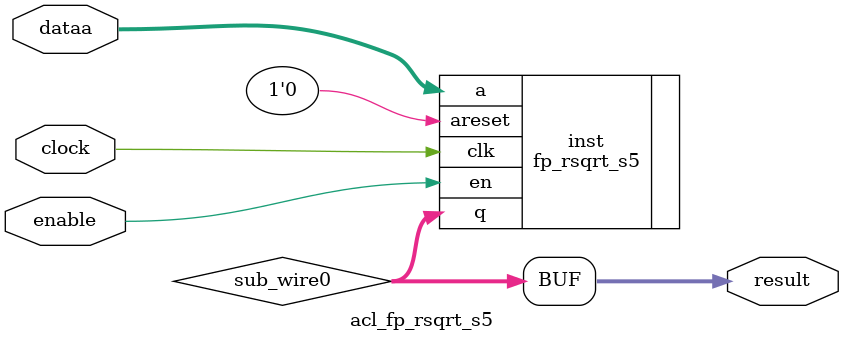
<source format=v>
`timescale 1 ps / 1 ps
module acl_fp_rsqrt_s5 (
	enable,
	clock,
	dataa,
	result);

	input	  enable;
	input	  clock;
	input	[31:0]  dataa;
	output	[31:0]  result;

	wire [31:0] sub_wire0;
	wire [31:0] result = sub_wire0[31:0];

	fp_rsqrt_s5	inst(
				.clk(clock),
        .en(enable),
				.areset(1'b0),
				.a (dataa),
				.q (sub_wire0));

endmodule

</source>
